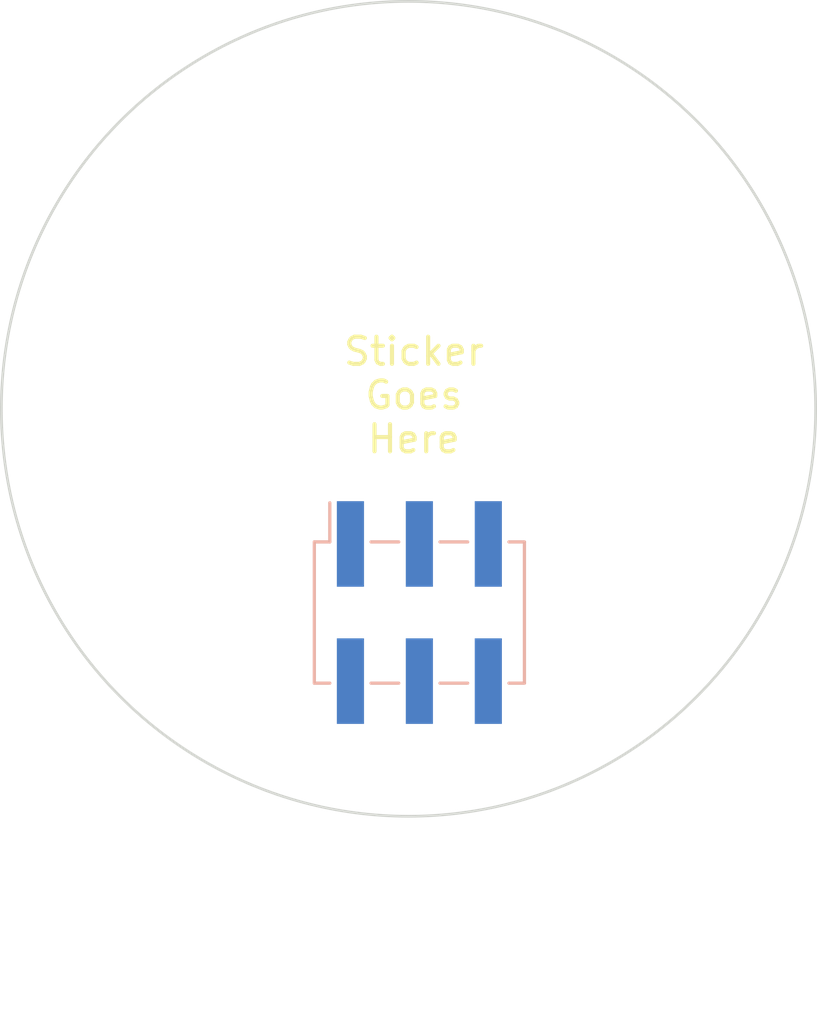
<source format=kicad_pcb>
(kicad_pcb (version 20220427) (generator pcbnew)
  (layers (0 "F.Cu" signal) (31 "B.Cu" signal) (34 "B.Paste" user) (35 "F.Paste" user) (36 "B.SilkS" user "B.Silkscreen") (37 "F.SilkS" user "F.Silkscreen") (38 "B.Mask" user) (39 "F.Mask" user) (44 "Edge.Cuts" user))
  (net 0 "")
  (footprint "Connector_PinHeader_2.54mm:PinHeader_2x03_P2.54mm_Vertical_SMD" (layer "B.Cu") (at 116.1 88.6 -90)
    (fp_text reference "REF**" hide)
    (fp_text value "PinHeader_2x03_P2.54mm_Vertical_SMD")
    (fp_line (start -4.04 3.3) (end -2.6 3.3) (stroke (width 0.12)) (layer "B.SilkS"))
    (fp_line (start -2.6 -3.87) (end 2.6 -3.87) (stroke (width 0.12)) (layer "B.SilkS"))
    (fp_line (start -2.6 -3.3) (end -2.6 -3.87) (stroke (width 0.12)) (layer "B.SilkS"))
    (fp_line (start -2.6 -0.76) (end -2.6 -1.78) (stroke (width 0.12)) (layer "B.SilkS"))
    (fp_line (start -2.6 1.78) (end -2.6 0.76) (stroke (width 0.12)) (layer "B.SilkS"))
    (fp_line (start -2.6 3.87) (end -2.6 3.3) (stroke (width 0.12)) (layer "B.SilkS"))
    (fp_line (start -2.6 3.87) (end 2.6 3.87) (stroke (width 0.12)) (layer "B.SilkS"))
    (fp_line (start 2.6 -3.3) (end 2.6 -3.87) (stroke (width 0.12)) (layer "B.SilkS"))
    (fp_line (start 2.6 -0.76) (end 2.6 -1.78) (stroke (width 0.12)) (layer "B.SilkS"))
    (fp_line (start 2.6 1.78) (end 2.6 0.76) (stroke (width 0.12)) (layer "B.SilkS"))
    (fp_line (start 2.6 3.87) (end 2.6 3.3) (stroke (width 0.12)) (layer "B.SilkS"))
    (pad "1" smd rect (at -2.525 2.54 270) (size 3.15 1) (layers "B.Cu" "B.Paste" "B.Mask"))
    (pad "2" smd rect (at 2.525 2.54 270) (size 3.15 1) (layers "B.Cu" "B.Paste" "B.Mask"))
    (pad "3" smd rect (at -2.525 0 270) (size 3.15 1) (layers "B.Cu" "B.Paste" "B.Mask"))
    (pad "4" smd rect (at 2.525 0 270) (size 3.15 1) (layers "B.Cu" "B.Paste" "B.Mask"))
    (pad "5" smd rect (at -2.525 -2.54 270) (size 3.15 1) (layers "B.Cu" "B.Paste" "B.Mask"))
    (pad "6" smd rect (at 2.525 -2.54 270) (size 3.15 1) (layers "B.Cu" "B.Paste" "B.Mask"))
  )
  (gr_circle (center 115.7 81.1) (end 130.7 81.1) (stroke (width 0.1)) (fill none) (layer "Edge.Cuts"))
  (gr_text "Sticker\nGoes\nHere" (at 115.9 80.6) (layer "F.SilkS") (effects (font (size 1 1))))
)
</source>
